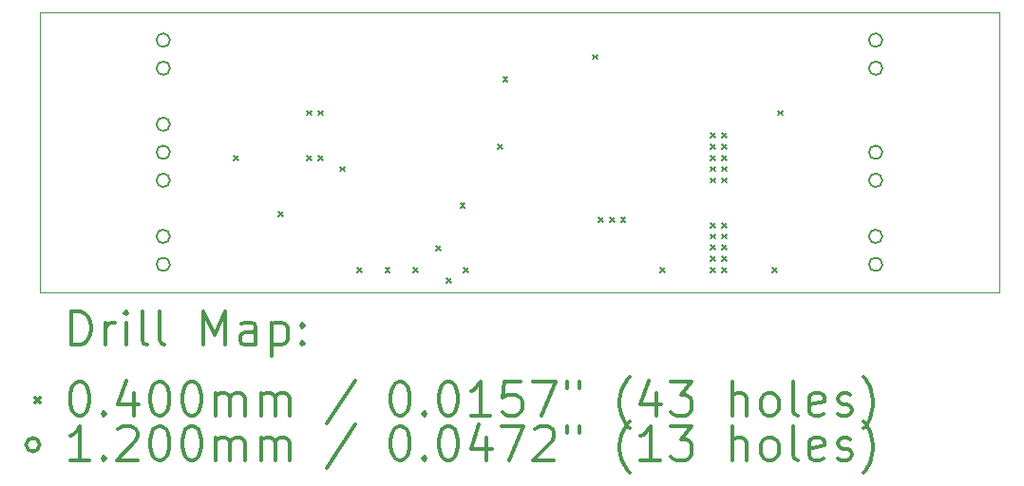
<source format=gbr>
%FSLAX45Y45*%
G04 Gerber Fmt 4.5, Leading zero omitted, Abs format (unit mm)*
G04 Created by KiCad (PCBNEW (5.1.10)-1) date 2021-10-14 23:30:50*
%MOMM*%
%LPD*%
G01*
G04 APERTURE LIST*
%TA.AperFunction,Profile*%
%ADD10C,0.050000*%
%TD*%
%ADD11C,0.200000*%
%ADD12C,0.300000*%
G04 APERTURE END LIST*
D10*
X17600000Y-6550000D02*
X17600000Y-4050000D01*
X26150000Y-6550000D02*
X17600000Y-6550000D01*
X26150000Y-4050000D02*
X26150000Y-6550000D01*
X17600000Y-4050000D02*
X26150000Y-4050000D01*
D11*
X19330000Y-5330000D02*
X19370000Y-5370000D01*
X19370000Y-5330000D02*
X19330000Y-5370000D01*
X19730000Y-5830000D02*
X19770000Y-5870000D01*
X19770000Y-5830000D02*
X19730000Y-5870000D01*
X19980000Y-4930000D02*
X20020000Y-4970000D01*
X20020000Y-4930000D02*
X19980000Y-4970000D01*
X19980000Y-5330000D02*
X20020000Y-5370000D01*
X20020000Y-5330000D02*
X19980000Y-5370000D01*
X20080000Y-4930000D02*
X20120000Y-4970000D01*
X20120000Y-4930000D02*
X20080000Y-4970000D01*
X20080000Y-5330000D02*
X20120000Y-5370000D01*
X20120000Y-5330000D02*
X20080000Y-5370000D01*
X20280000Y-5430000D02*
X20320000Y-5470000D01*
X20320000Y-5430000D02*
X20280000Y-5470000D01*
X20430000Y-6330000D02*
X20470000Y-6370000D01*
X20470000Y-6330000D02*
X20430000Y-6370000D01*
X20680000Y-6330000D02*
X20720000Y-6370000D01*
X20720000Y-6330000D02*
X20680000Y-6370000D01*
X20930000Y-6330000D02*
X20970000Y-6370000D01*
X20970000Y-6330000D02*
X20930000Y-6370000D01*
X21134999Y-6137500D02*
X21174999Y-6177500D01*
X21174999Y-6137500D02*
X21134999Y-6177500D01*
X21225600Y-6425000D02*
X21265600Y-6465000D01*
X21265600Y-6425000D02*
X21225600Y-6465000D01*
X21347500Y-5756500D02*
X21387500Y-5796500D01*
X21387500Y-5756500D02*
X21347500Y-5796500D01*
X21380000Y-6330000D02*
X21420000Y-6370000D01*
X21420000Y-6330000D02*
X21380000Y-6370000D01*
X21680000Y-5230000D02*
X21720000Y-5270000D01*
X21720000Y-5230000D02*
X21680000Y-5270000D01*
X21730000Y-4630000D02*
X21770000Y-4670000D01*
X21770000Y-4630000D02*
X21730000Y-4670000D01*
X22530000Y-4430000D02*
X22570000Y-4470000D01*
X22570000Y-4430000D02*
X22530000Y-4470000D01*
X22580000Y-5880000D02*
X22620000Y-5920000D01*
X22620000Y-5880000D02*
X22580000Y-5920000D01*
X22680000Y-5880000D02*
X22720000Y-5920000D01*
X22720000Y-5880000D02*
X22680000Y-5920000D01*
X22780000Y-5880000D02*
X22820000Y-5920000D01*
X22820000Y-5880000D02*
X22780000Y-5920000D01*
X23130000Y-6330000D02*
X23170000Y-6370000D01*
X23170000Y-6330000D02*
X23130000Y-6370000D01*
X23580000Y-5130000D02*
X23620000Y-5170000D01*
X23620000Y-5130000D02*
X23580000Y-5170000D01*
X23580000Y-5230000D02*
X23620000Y-5270000D01*
X23620000Y-5230000D02*
X23580000Y-5270000D01*
X23580000Y-5330000D02*
X23620000Y-5370000D01*
X23620000Y-5330000D02*
X23580000Y-5370000D01*
X23580000Y-5430000D02*
X23620000Y-5470000D01*
X23620000Y-5430000D02*
X23580000Y-5470000D01*
X23580000Y-5530000D02*
X23620000Y-5570000D01*
X23620000Y-5530000D02*
X23580000Y-5570000D01*
X23580000Y-5930000D02*
X23620000Y-5970000D01*
X23620000Y-5930000D02*
X23580000Y-5970000D01*
X23580000Y-6030000D02*
X23620000Y-6070000D01*
X23620000Y-6030000D02*
X23580000Y-6070000D01*
X23580000Y-6130000D02*
X23620000Y-6170000D01*
X23620000Y-6130000D02*
X23580000Y-6170000D01*
X23580000Y-6230000D02*
X23620000Y-6270000D01*
X23620000Y-6230000D02*
X23580000Y-6270000D01*
X23580000Y-6330000D02*
X23620000Y-6370000D01*
X23620000Y-6330000D02*
X23580000Y-6370000D01*
X23680000Y-5130000D02*
X23720000Y-5170000D01*
X23720000Y-5130000D02*
X23680000Y-5170000D01*
X23680000Y-5230000D02*
X23720000Y-5270000D01*
X23720000Y-5230000D02*
X23680000Y-5270000D01*
X23680000Y-5330000D02*
X23720000Y-5370000D01*
X23720000Y-5330000D02*
X23680000Y-5370000D01*
X23680000Y-5430000D02*
X23720000Y-5470000D01*
X23720000Y-5430000D02*
X23680000Y-5470000D01*
X23680000Y-5530000D02*
X23720000Y-5570000D01*
X23720000Y-5530000D02*
X23680000Y-5570000D01*
X23680000Y-5930000D02*
X23720000Y-5970000D01*
X23720000Y-5930000D02*
X23680000Y-5970000D01*
X23680000Y-6030000D02*
X23720000Y-6070000D01*
X23720000Y-6030000D02*
X23680000Y-6070000D01*
X23680000Y-6130000D02*
X23720000Y-6170000D01*
X23720000Y-6130000D02*
X23680000Y-6170000D01*
X23680000Y-6230000D02*
X23720000Y-6270000D01*
X23720000Y-6230000D02*
X23680000Y-6270000D01*
X23680000Y-6330000D02*
X23720000Y-6370000D01*
X23720000Y-6330000D02*
X23680000Y-6370000D01*
X24130000Y-6330000D02*
X24170000Y-6370000D01*
X24170000Y-6330000D02*
X24130000Y-6370000D01*
X24180000Y-4930000D02*
X24220000Y-4970000D01*
X24220000Y-4930000D02*
X24180000Y-4970000D01*
X18760000Y-4300000D02*
G75*
G03*
X18760000Y-4300000I-60000J0D01*
G01*
X18760000Y-4550000D02*
G75*
G03*
X18760000Y-4550000I-60000J0D01*
G01*
X18760000Y-5050000D02*
G75*
G03*
X18760000Y-5050000I-60000J0D01*
G01*
X18760000Y-5300000D02*
G75*
G03*
X18760000Y-5300000I-60000J0D01*
G01*
X18760000Y-5550000D02*
G75*
G03*
X18760000Y-5550000I-60000J0D01*
G01*
X18760000Y-6050000D02*
G75*
G03*
X18760000Y-6050000I-60000J0D01*
G01*
X18760000Y-6300000D02*
G75*
G03*
X18760000Y-6300000I-60000J0D01*
G01*
X25110000Y-4300000D02*
G75*
G03*
X25110000Y-4300000I-60000J0D01*
G01*
X25110000Y-4550000D02*
G75*
G03*
X25110000Y-4550000I-60000J0D01*
G01*
X25110000Y-5300000D02*
G75*
G03*
X25110000Y-5300000I-60000J0D01*
G01*
X25110000Y-5550000D02*
G75*
G03*
X25110000Y-5550000I-60000J0D01*
G01*
X25110000Y-6050000D02*
G75*
G03*
X25110000Y-6050000I-60000J0D01*
G01*
X25110000Y-6300000D02*
G75*
G03*
X25110000Y-6300000I-60000J0D01*
G01*
D12*
X17883928Y-7018214D02*
X17883928Y-6718214D01*
X17955357Y-6718214D01*
X17998214Y-6732500D01*
X18026786Y-6761071D01*
X18041071Y-6789643D01*
X18055357Y-6846786D01*
X18055357Y-6889643D01*
X18041071Y-6946786D01*
X18026786Y-6975357D01*
X17998214Y-7003929D01*
X17955357Y-7018214D01*
X17883928Y-7018214D01*
X18183928Y-7018214D02*
X18183928Y-6818214D01*
X18183928Y-6875357D02*
X18198214Y-6846786D01*
X18212500Y-6832500D01*
X18241071Y-6818214D01*
X18269643Y-6818214D01*
X18369643Y-7018214D02*
X18369643Y-6818214D01*
X18369643Y-6718214D02*
X18355357Y-6732500D01*
X18369643Y-6746786D01*
X18383928Y-6732500D01*
X18369643Y-6718214D01*
X18369643Y-6746786D01*
X18555357Y-7018214D02*
X18526786Y-7003929D01*
X18512500Y-6975357D01*
X18512500Y-6718214D01*
X18712500Y-7018214D02*
X18683928Y-7003929D01*
X18669643Y-6975357D01*
X18669643Y-6718214D01*
X19055357Y-7018214D02*
X19055357Y-6718214D01*
X19155357Y-6932500D01*
X19255357Y-6718214D01*
X19255357Y-7018214D01*
X19526786Y-7018214D02*
X19526786Y-6861071D01*
X19512500Y-6832500D01*
X19483928Y-6818214D01*
X19426786Y-6818214D01*
X19398214Y-6832500D01*
X19526786Y-7003929D02*
X19498214Y-7018214D01*
X19426786Y-7018214D01*
X19398214Y-7003929D01*
X19383928Y-6975357D01*
X19383928Y-6946786D01*
X19398214Y-6918214D01*
X19426786Y-6903929D01*
X19498214Y-6903929D01*
X19526786Y-6889643D01*
X19669643Y-6818214D02*
X19669643Y-7118214D01*
X19669643Y-6832500D02*
X19698214Y-6818214D01*
X19755357Y-6818214D01*
X19783928Y-6832500D01*
X19798214Y-6846786D01*
X19812500Y-6875357D01*
X19812500Y-6961071D01*
X19798214Y-6989643D01*
X19783928Y-7003929D01*
X19755357Y-7018214D01*
X19698214Y-7018214D01*
X19669643Y-7003929D01*
X19941071Y-6989643D02*
X19955357Y-7003929D01*
X19941071Y-7018214D01*
X19926786Y-7003929D01*
X19941071Y-6989643D01*
X19941071Y-7018214D01*
X19941071Y-6832500D02*
X19955357Y-6846786D01*
X19941071Y-6861071D01*
X19926786Y-6846786D01*
X19941071Y-6832500D01*
X19941071Y-6861071D01*
X17557500Y-7492500D02*
X17597500Y-7532500D01*
X17597500Y-7492500D02*
X17557500Y-7532500D01*
X17941071Y-7348214D02*
X17969643Y-7348214D01*
X17998214Y-7362500D01*
X18012500Y-7376786D01*
X18026786Y-7405357D01*
X18041071Y-7462500D01*
X18041071Y-7533929D01*
X18026786Y-7591071D01*
X18012500Y-7619643D01*
X17998214Y-7633929D01*
X17969643Y-7648214D01*
X17941071Y-7648214D01*
X17912500Y-7633929D01*
X17898214Y-7619643D01*
X17883928Y-7591071D01*
X17869643Y-7533929D01*
X17869643Y-7462500D01*
X17883928Y-7405357D01*
X17898214Y-7376786D01*
X17912500Y-7362500D01*
X17941071Y-7348214D01*
X18169643Y-7619643D02*
X18183928Y-7633929D01*
X18169643Y-7648214D01*
X18155357Y-7633929D01*
X18169643Y-7619643D01*
X18169643Y-7648214D01*
X18441071Y-7448214D02*
X18441071Y-7648214D01*
X18369643Y-7333929D02*
X18298214Y-7548214D01*
X18483928Y-7548214D01*
X18655357Y-7348214D02*
X18683928Y-7348214D01*
X18712500Y-7362500D01*
X18726786Y-7376786D01*
X18741071Y-7405357D01*
X18755357Y-7462500D01*
X18755357Y-7533929D01*
X18741071Y-7591071D01*
X18726786Y-7619643D01*
X18712500Y-7633929D01*
X18683928Y-7648214D01*
X18655357Y-7648214D01*
X18626786Y-7633929D01*
X18612500Y-7619643D01*
X18598214Y-7591071D01*
X18583928Y-7533929D01*
X18583928Y-7462500D01*
X18598214Y-7405357D01*
X18612500Y-7376786D01*
X18626786Y-7362500D01*
X18655357Y-7348214D01*
X18941071Y-7348214D02*
X18969643Y-7348214D01*
X18998214Y-7362500D01*
X19012500Y-7376786D01*
X19026786Y-7405357D01*
X19041071Y-7462500D01*
X19041071Y-7533929D01*
X19026786Y-7591071D01*
X19012500Y-7619643D01*
X18998214Y-7633929D01*
X18969643Y-7648214D01*
X18941071Y-7648214D01*
X18912500Y-7633929D01*
X18898214Y-7619643D01*
X18883928Y-7591071D01*
X18869643Y-7533929D01*
X18869643Y-7462500D01*
X18883928Y-7405357D01*
X18898214Y-7376786D01*
X18912500Y-7362500D01*
X18941071Y-7348214D01*
X19169643Y-7648214D02*
X19169643Y-7448214D01*
X19169643Y-7476786D02*
X19183928Y-7462500D01*
X19212500Y-7448214D01*
X19255357Y-7448214D01*
X19283928Y-7462500D01*
X19298214Y-7491071D01*
X19298214Y-7648214D01*
X19298214Y-7491071D02*
X19312500Y-7462500D01*
X19341071Y-7448214D01*
X19383928Y-7448214D01*
X19412500Y-7462500D01*
X19426786Y-7491071D01*
X19426786Y-7648214D01*
X19569643Y-7648214D02*
X19569643Y-7448214D01*
X19569643Y-7476786D02*
X19583928Y-7462500D01*
X19612500Y-7448214D01*
X19655357Y-7448214D01*
X19683928Y-7462500D01*
X19698214Y-7491071D01*
X19698214Y-7648214D01*
X19698214Y-7491071D02*
X19712500Y-7462500D01*
X19741071Y-7448214D01*
X19783928Y-7448214D01*
X19812500Y-7462500D01*
X19826786Y-7491071D01*
X19826786Y-7648214D01*
X20412500Y-7333929D02*
X20155357Y-7719643D01*
X20798214Y-7348214D02*
X20826786Y-7348214D01*
X20855357Y-7362500D01*
X20869643Y-7376786D01*
X20883928Y-7405357D01*
X20898214Y-7462500D01*
X20898214Y-7533929D01*
X20883928Y-7591071D01*
X20869643Y-7619643D01*
X20855357Y-7633929D01*
X20826786Y-7648214D01*
X20798214Y-7648214D01*
X20769643Y-7633929D01*
X20755357Y-7619643D01*
X20741071Y-7591071D01*
X20726786Y-7533929D01*
X20726786Y-7462500D01*
X20741071Y-7405357D01*
X20755357Y-7376786D01*
X20769643Y-7362500D01*
X20798214Y-7348214D01*
X21026786Y-7619643D02*
X21041071Y-7633929D01*
X21026786Y-7648214D01*
X21012500Y-7633929D01*
X21026786Y-7619643D01*
X21026786Y-7648214D01*
X21226786Y-7348214D02*
X21255357Y-7348214D01*
X21283928Y-7362500D01*
X21298214Y-7376786D01*
X21312500Y-7405357D01*
X21326786Y-7462500D01*
X21326786Y-7533929D01*
X21312500Y-7591071D01*
X21298214Y-7619643D01*
X21283928Y-7633929D01*
X21255357Y-7648214D01*
X21226786Y-7648214D01*
X21198214Y-7633929D01*
X21183928Y-7619643D01*
X21169643Y-7591071D01*
X21155357Y-7533929D01*
X21155357Y-7462500D01*
X21169643Y-7405357D01*
X21183928Y-7376786D01*
X21198214Y-7362500D01*
X21226786Y-7348214D01*
X21612500Y-7648214D02*
X21441071Y-7648214D01*
X21526786Y-7648214D02*
X21526786Y-7348214D01*
X21498214Y-7391071D01*
X21469643Y-7419643D01*
X21441071Y-7433929D01*
X21883928Y-7348214D02*
X21741071Y-7348214D01*
X21726786Y-7491071D01*
X21741071Y-7476786D01*
X21769643Y-7462500D01*
X21841071Y-7462500D01*
X21869643Y-7476786D01*
X21883928Y-7491071D01*
X21898214Y-7519643D01*
X21898214Y-7591071D01*
X21883928Y-7619643D01*
X21869643Y-7633929D01*
X21841071Y-7648214D01*
X21769643Y-7648214D01*
X21741071Y-7633929D01*
X21726786Y-7619643D01*
X21998214Y-7348214D02*
X22198214Y-7348214D01*
X22069643Y-7648214D01*
X22298214Y-7348214D02*
X22298214Y-7405357D01*
X22412500Y-7348214D02*
X22412500Y-7405357D01*
X22855357Y-7762500D02*
X22841071Y-7748214D01*
X22812500Y-7705357D01*
X22798214Y-7676786D01*
X22783928Y-7633929D01*
X22769643Y-7562500D01*
X22769643Y-7505357D01*
X22783928Y-7433929D01*
X22798214Y-7391071D01*
X22812500Y-7362500D01*
X22841071Y-7319643D01*
X22855357Y-7305357D01*
X23098214Y-7448214D02*
X23098214Y-7648214D01*
X23026786Y-7333929D02*
X22955357Y-7548214D01*
X23141071Y-7548214D01*
X23226786Y-7348214D02*
X23412500Y-7348214D01*
X23312500Y-7462500D01*
X23355357Y-7462500D01*
X23383928Y-7476786D01*
X23398214Y-7491071D01*
X23412500Y-7519643D01*
X23412500Y-7591071D01*
X23398214Y-7619643D01*
X23383928Y-7633929D01*
X23355357Y-7648214D01*
X23269643Y-7648214D01*
X23241071Y-7633929D01*
X23226786Y-7619643D01*
X23769643Y-7648214D02*
X23769643Y-7348214D01*
X23898214Y-7648214D02*
X23898214Y-7491071D01*
X23883928Y-7462500D01*
X23855357Y-7448214D01*
X23812500Y-7448214D01*
X23783928Y-7462500D01*
X23769643Y-7476786D01*
X24083928Y-7648214D02*
X24055357Y-7633929D01*
X24041071Y-7619643D01*
X24026786Y-7591071D01*
X24026786Y-7505357D01*
X24041071Y-7476786D01*
X24055357Y-7462500D01*
X24083928Y-7448214D01*
X24126786Y-7448214D01*
X24155357Y-7462500D01*
X24169643Y-7476786D01*
X24183928Y-7505357D01*
X24183928Y-7591071D01*
X24169643Y-7619643D01*
X24155357Y-7633929D01*
X24126786Y-7648214D01*
X24083928Y-7648214D01*
X24355357Y-7648214D02*
X24326786Y-7633929D01*
X24312500Y-7605357D01*
X24312500Y-7348214D01*
X24583928Y-7633929D02*
X24555357Y-7648214D01*
X24498214Y-7648214D01*
X24469643Y-7633929D01*
X24455357Y-7605357D01*
X24455357Y-7491071D01*
X24469643Y-7462500D01*
X24498214Y-7448214D01*
X24555357Y-7448214D01*
X24583928Y-7462500D01*
X24598214Y-7491071D01*
X24598214Y-7519643D01*
X24455357Y-7548214D01*
X24712500Y-7633929D02*
X24741071Y-7648214D01*
X24798214Y-7648214D01*
X24826786Y-7633929D01*
X24841071Y-7605357D01*
X24841071Y-7591071D01*
X24826786Y-7562500D01*
X24798214Y-7548214D01*
X24755357Y-7548214D01*
X24726786Y-7533929D01*
X24712500Y-7505357D01*
X24712500Y-7491071D01*
X24726786Y-7462500D01*
X24755357Y-7448214D01*
X24798214Y-7448214D01*
X24826786Y-7462500D01*
X24941071Y-7762500D02*
X24955357Y-7748214D01*
X24983928Y-7705357D01*
X24998214Y-7676786D01*
X25012500Y-7633929D01*
X25026786Y-7562500D01*
X25026786Y-7505357D01*
X25012500Y-7433929D01*
X24998214Y-7391071D01*
X24983928Y-7362500D01*
X24955357Y-7319643D01*
X24941071Y-7305357D01*
X17597500Y-7908500D02*
G75*
G03*
X17597500Y-7908500I-60000J0D01*
G01*
X18041071Y-8044214D02*
X17869643Y-8044214D01*
X17955357Y-8044214D02*
X17955357Y-7744214D01*
X17926786Y-7787071D01*
X17898214Y-7815643D01*
X17869643Y-7829929D01*
X18169643Y-8015643D02*
X18183928Y-8029929D01*
X18169643Y-8044214D01*
X18155357Y-8029929D01*
X18169643Y-8015643D01*
X18169643Y-8044214D01*
X18298214Y-7772786D02*
X18312500Y-7758500D01*
X18341071Y-7744214D01*
X18412500Y-7744214D01*
X18441071Y-7758500D01*
X18455357Y-7772786D01*
X18469643Y-7801357D01*
X18469643Y-7829929D01*
X18455357Y-7872786D01*
X18283928Y-8044214D01*
X18469643Y-8044214D01*
X18655357Y-7744214D02*
X18683928Y-7744214D01*
X18712500Y-7758500D01*
X18726786Y-7772786D01*
X18741071Y-7801357D01*
X18755357Y-7858500D01*
X18755357Y-7929929D01*
X18741071Y-7987071D01*
X18726786Y-8015643D01*
X18712500Y-8029929D01*
X18683928Y-8044214D01*
X18655357Y-8044214D01*
X18626786Y-8029929D01*
X18612500Y-8015643D01*
X18598214Y-7987071D01*
X18583928Y-7929929D01*
X18583928Y-7858500D01*
X18598214Y-7801357D01*
X18612500Y-7772786D01*
X18626786Y-7758500D01*
X18655357Y-7744214D01*
X18941071Y-7744214D02*
X18969643Y-7744214D01*
X18998214Y-7758500D01*
X19012500Y-7772786D01*
X19026786Y-7801357D01*
X19041071Y-7858500D01*
X19041071Y-7929929D01*
X19026786Y-7987071D01*
X19012500Y-8015643D01*
X18998214Y-8029929D01*
X18969643Y-8044214D01*
X18941071Y-8044214D01*
X18912500Y-8029929D01*
X18898214Y-8015643D01*
X18883928Y-7987071D01*
X18869643Y-7929929D01*
X18869643Y-7858500D01*
X18883928Y-7801357D01*
X18898214Y-7772786D01*
X18912500Y-7758500D01*
X18941071Y-7744214D01*
X19169643Y-8044214D02*
X19169643Y-7844214D01*
X19169643Y-7872786D02*
X19183928Y-7858500D01*
X19212500Y-7844214D01*
X19255357Y-7844214D01*
X19283928Y-7858500D01*
X19298214Y-7887071D01*
X19298214Y-8044214D01*
X19298214Y-7887071D02*
X19312500Y-7858500D01*
X19341071Y-7844214D01*
X19383928Y-7844214D01*
X19412500Y-7858500D01*
X19426786Y-7887071D01*
X19426786Y-8044214D01*
X19569643Y-8044214D02*
X19569643Y-7844214D01*
X19569643Y-7872786D02*
X19583928Y-7858500D01*
X19612500Y-7844214D01*
X19655357Y-7844214D01*
X19683928Y-7858500D01*
X19698214Y-7887071D01*
X19698214Y-8044214D01*
X19698214Y-7887071D02*
X19712500Y-7858500D01*
X19741071Y-7844214D01*
X19783928Y-7844214D01*
X19812500Y-7858500D01*
X19826786Y-7887071D01*
X19826786Y-8044214D01*
X20412500Y-7729929D02*
X20155357Y-8115643D01*
X20798214Y-7744214D02*
X20826786Y-7744214D01*
X20855357Y-7758500D01*
X20869643Y-7772786D01*
X20883928Y-7801357D01*
X20898214Y-7858500D01*
X20898214Y-7929929D01*
X20883928Y-7987071D01*
X20869643Y-8015643D01*
X20855357Y-8029929D01*
X20826786Y-8044214D01*
X20798214Y-8044214D01*
X20769643Y-8029929D01*
X20755357Y-8015643D01*
X20741071Y-7987071D01*
X20726786Y-7929929D01*
X20726786Y-7858500D01*
X20741071Y-7801357D01*
X20755357Y-7772786D01*
X20769643Y-7758500D01*
X20798214Y-7744214D01*
X21026786Y-8015643D02*
X21041071Y-8029929D01*
X21026786Y-8044214D01*
X21012500Y-8029929D01*
X21026786Y-8015643D01*
X21026786Y-8044214D01*
X21226786Y-7744214D02*
X21255357Y-7744214D01*
X21283928Y-7758500D01*
X21298214Y-7772786D01*
X21312500Y-7801357D01*
X21326786Y-7858500D01*
X21326786Y-7929929D01*
X21312500Y-7987071D01*
X21298214Y-8015643D01*
X21283928Y-8029929D01*
X21255357Y-8044214D01*
X21226786Y-8044214D01*
X21198214Y-8029929D01*
X21183928Y-8015643D01*
X21169643Y-7987071D01*
X21155357Y-7929929D01*
X21155357Y-7858500D01*
X21169643Y-7801357D01*
X21183928Y-7772786D01*
X21198214Y-7758500D01*
X21226786Y-7744214D01*
X21583928Y-7844214D02*
X21583928Y-8044214D01*
X21512500Y-7729929D02*
X21441071Y-7944214D01*
X21626786Y-7944214D01*
X21712500Y-7744214D02*
X21912500Y-7744214D01*
X21783928Y-8044214D01*
X22012500Y-7772786D02*
X22026786Y-7758500D01*
X22055357Y-7744214D01*
X22126786Y-7744214D01*
X22155357Y-7758500D01*
X22169643Y-7772786D01*
X22183928Y-7801357D01*
X22183928Y-7829929D01*
X22169643Y-7872786D01*
X21998214Y-8044214D01*
X22183928Y-8044214D01*
X22298214Y-7744214D02*
X22298214Y-7801357D01*
X22412500Y-7744214D02*
X22412500Y-7801357D01*
X22855357Y-8158500D02*
X22841071Y-8144214D01*
X22812500Y-8101357D01*
X22798214Y-8072786D01*
X22783928Y-8029929D01*
X22769643Y-7958500D01*
X22769643Y-7901357D01*
X22783928Y-7829929D01*
X22798214Y-7787071D01*
X22812500Y-7758500D01*
X22841071Y-7715643D01*
X22855357Y-7701357D01*
X23126786Y-8044214D02*
X22955357Y-8044214D01*
X23041071Y-8044214D02*
X23041071Y-7744214D01*
X23012500Y-7787071D01*
X22983928Y-7815643D01*
X22955357Y-7829929D01*
X23226786Y-7744214D02*
X23412500Y-7744214D01*
X23312500Y-7858500D01*
X23355357Y-7858500D01*
X23383928Y-7872786D01*
X23398214Y-7887071D01*
X23412500Y-7915643D01*
X23412500Y-7987071D01*
X23398214Y-8015643D01*
X23383928Y-8029929D01*
X23355357Y-8044214D01*
X23269643Y-8044214D01*
X23241071Y-8029929D01*
X23226786Y-8015643D01*
X23769643Y-8044214D02*
X23769643Y-7744214D01*
X23898214Y-8044214D02*
X23898214Y-7887071D01*
X23883928Y-7858500D01*
X23855357Y-7844214D01*
X23812500Y-7844214D01*
X23783928Y-7858500D01*
X23769643Y-7872786D01*
X24083928Y-8044214D02*
X24055357Y-8029929D01*
X24041071Y-8015643D01*
X24026786Y-7987071D01*
X24026786Y-7901357D01*
X24041071Y-7872786D01*
X24055357Y-7858500D01*
X24083928Y-7844214D01*
X24126786Y-7844214D01*
X24155357Y-7858500D01*
X24169643Y-7872786D01*
X24183928Y-7901357D01*
X24183928Y-7987071D01*
X24169643Y-8015643D01*
X24155357Y-8029929D01*
X24126786Y-8044214D01*
X24083928Y-8044214D01*
X24355357Y-8044214D02*
X24326786Y-8029929D01*
X24312500Y-8001357D01*
X24312500Y-7744214D01*
X24583928Y-8029929D02*
X24555357Y-8044214D01*
X24498214Y-8044214D01*
X24469643Y-8029929D01*
X24455357Y-8001357D01*
X24455357Y-7887071D01*
X24469643Y-7858500D01*
X24498214Y-7844214D01*
X24555357Y-7844214D01*
X24583928Y-7858500D01*
X24598214Y-7887071D01*
X24598214Y-7915643D01*
X24455357Y-7944214D01*
X24712500Y-8029929D02*
X24741071Y-8044214D01*
X24798214Y-8044214D01*
X24826786Y-8029929D01*
X24841071Y-8001357D01*
X24841071Y-7987071D01*
X24826786Y-7958500D01*
X24798214Y-7944214D01*
X24755357Y-7944214D01*
X24726786Y-7929929D01*
X24712500Y-7901357D01*
X24712500Y-7887071D01*
X24726786Y-7858500D01*
X24755357Y-7844214D01*
X24798214Y-7844214D01*
X24826786Y-7858500D01*
X24941071Y-8158500D02*
X24955357Y-8144214D01*
X24983928Y-8101357D01*
X24998214Y-8072786D01*
X25012500Y-8029929D01*
X25026786Y-7958500D01*
X25026786Y-7901357D01*
X25012500Y-7829929D01*
X24998214Y-7787071D01*
X24983928Y-7758500D01*
X24955357Y-7715643D01*
X24941071Y-7701357D01*
M02*

</source>
